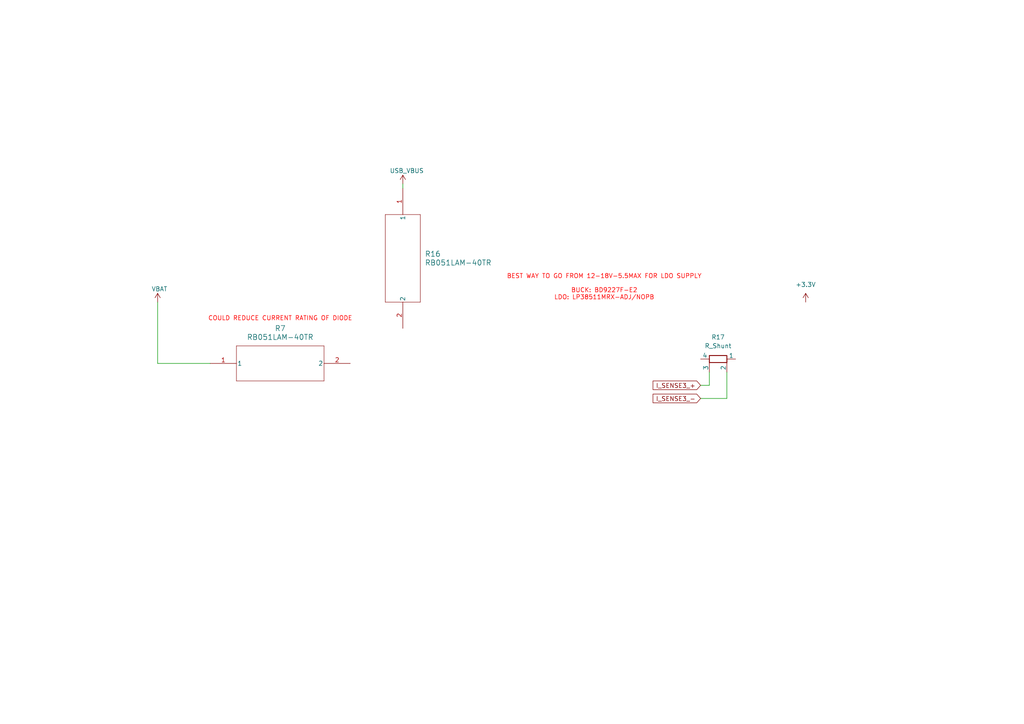
<source format=kicad_sch>
(kicad_sch
	(version 20231120)
	(generator "eeschema")
	(generator_version "8.0")
	(uuid "64082e92-ee35-4f29-b019-bd315cbf4330")
	(paper "A4")
	(lib_symbols
		(symbol "Device:R_Shunt"
			(pin_numbers hide)
			(pin_names
				(offset 0)
			)
			(exclude_from_sim no)
			(in_bom yes)
			(on_board yes)
			(property "Reference" "R"
				(at -4.445 0 90)
				(effects
					(font
						(size 1.27 1.27)
					)
				)
			)
			(property "Value" "R_Shunt"
				(at -2.54 0 90)
				(effects
					(font
						(size 1.27 1.27)
					)
				)
			)
			(property "Footprint" ""
				(at -1.778 0 90)
				(effects
					(font
						(size 1.27 1.27)
					)
					(hide yes)
				)
			)
			(property "Datasheet" "~"
				(at 0 0 0)
				(effects
					(font
						(size 1.27 1.27)
					)
					(hide yes)
				)
			)
			(property "Description" "Shunt resistor"
				(at 0 0 0)
				(effects
					(font
						(size 1.27 1.27)
					)
					(hide yes)
				)
			)
			(property "ki_keywords" "R res shunt resistor"
				(at 0 0 0)
				(effects
					(font
						(size 1.27 1.27)
					)
					(hide yes)
				)
			)
			(property "ki_fp_filters" "R_*Shunt*"
				(at 0 0 0)
				(effects
					(font
						(size 1.27 1.27)
					)
					(hide yes)
				)
			)
			(symbol "R_Shunt_0_1"
				(rectangle
					(start -1.016 -2.54)
					(end 1.016 2.54)
					(stroke
						(width 0.254)
						(type default)
					)
					(fill
						(type none)
					)
				)
				(polyline
					(pts
						(xy 0 -2.54) (xy 1.27 -2.54)
					)
					(stroke
						(width 0)
						(type default)
					)
					(fill
						(type none)
					)
				)
				(polyline
					(pts
						(xy 1.27 2.54) (xy 0 2.54)
					)
					(stroke
						(width 0)
						(type default)
					)
					(fill
						(type none)
					)
				)
			)
			(symbol "R_Shunt_1_1"
				(pin passive line
					(at 0 5.08 270)
					(length 2.54)
					(name "1"
						(effects
							(font
								(size 1.27 1.27)
							)
						)
					)
					(number "1"
						(effects
							(font
								(size 1.27 1.27)
							)
						)
					)
				)
				(pin passive line
					(at 3.81 2.54 180)
					(length 2.54)
					(name "2"
						(effects
							(font
								(size 1.27 1.27)
							)
						)
					)
					(number "2"
						(effects
							(font
								(size 1.27 1.27)
							)
						)
					)
				)
				(pin passive line
					(at 3.81 -2.54 180)
					(length 2.54)
					(name "3"
						(effects
							(font
								(size 1.27 1.27)
							)
						)
					)
					(number "3"
						(effects
							(font
								(size 1.27 1.27)
							)
						)
					)
				)
				(pin passive line
					(at 0 -5.08 90)
					(length 2.54)
					(name "4"
						(effects
							(font
								(size 1.27 1.27)
							)
						)
					)
					(number "4"
						(effects
							(font
								(size 1.27 1.27)
							)
						)
					)
				)
			)
		)
		(symbol "power:+3.3V"
			(power)
			(pin_names
				(offset 0)
			)
			(exclude_from_sim no)
			(in_bom yes)
			(on_board yes)
			(property "Reference" "#PWR"
				(at 0 -3.81 0)
				(effects
					(font
						(size 1.27 1.27)
					)
					(hide yes)
				)
			)
			(property "Value" "+3.3V"
				(at 0 3.556 0)
				(effects
					(font
						(size 1.27 1.27)
					)
				)
			)
			(property "Footprint" ""
				(at 0 0 0)
				(effects
					(font
						(size 1.27 1.27)
					)
					(hide yes)
				)
			)
			(property "Datasheet" ""
				(at 0 0 0)
				(effects
					(font
						(size 1.27 1.27)
					)
					(hide yes)
				)
			)
			(property "Description" "Power symbol creates a global label with name \"+3.3V\""
				(at 0 0 0)
				(effects
					(font
						(size 1.27 1.27)
					)
					(hide yes)
				)
			)
			(property "ki_keywords" "global power"
				(at 0 0 0)
				(effects
					(font
						(size 1.27 1.27)
					)
					(hide yes)
				)
			)
			(symbol "+3.3V_0_1"
				(polyline
					(pts
						(xy -0.762 1.27) (xy 0 2.54)
					)
					(stroke
						(width 0)
						(type default)
					)
					(fill
						(type none)
					)
				)
				(polyline
					(pts
						(xy 0 0) (xy 0 2.54)
					)
					(stroke
						(width 0)
						(type default)
					)
					(fill
						(type none)
					)
				)
				(polyline
					(pts
						(xy 0 2.54) (xy 0.762 1.27)
					)
					(stroke
						(width 0)
						(type default)
					)
					(fill
						(type none)
					)
				)
			)
			(symbol "+3.3V_1_1"
				(pin power_in line
					(at 0 0 90)
					(length 0) hide
					(name "+3.3V"
						(effects
							(font
								(size 1.27 1.27)
							)
						)
					)
					(number "1"
						(effects
							(font
								(size 1.27 1.27)
							)
						)
					)
				)
			)
		)
		(symbol "power:VBUS"
			(power)
			(pin_names
				(offset 0)
			)
			(exclude_from_sim no)
			(in_bom yes)
			(on_board yes)
			(property "Reference" "#PWR"
				(at 0 -3.81 0)
				(effects
					(font
						(size 1.27 1.27)
					)
					(hide yes)
				)
			)
			(property "Value" "VBUS"
				(at 0 3.81 0)
				(effects
					(font
						(size 1.27 1.27)
					)
				)
			)
			(property "Footprint" ""
				(at 0 0 0)
				(effects
					(font
						(size 1.27 1.27)
					)
					(hide yes)
				)
			)
			(property "Datasheet" ""
				(at 0 0 0)
				(effects
					(font
						(size 1.27 1.27)
					)
					(hide yes)
				)
			)
			(property "Description" "Power symbol creates a global label with name \"VBUS\""
				(at 0 0 0)
				(effects
					(font
						(size 1.27 1.27)
					)
					(hide yes)
				)
			)
			(property "ki_keywords" "global power"
				(at 0 0 0)
				(effects
					(font
						(size 1.27 1.27)
					)
					(hide yes)
				)
			)
			(symbol "VBUS_0_1"
				(polyline
					(pts
						(xy -0.762 1.27) (xy 0 2.54)
					)
					(stroke
						(width 0)
						(type default)
					)
					(fill
						(type none)
					)
				)
				(polyline
					(pts
						(xy 0 0) (xy 0 2.54)
					)
					(stroke
						(width 0)
						(type default)
					)
					(fill
						(type none)
					)
				)
				(polyline
					(pts
						(xy 0 2.54) (xy 0.762 1.27)
					)
					(stroke
						(width 0)
						(type default)
					)
					(fill
						(type none)
					)
				)
			)
			(symbol "VBUS_1_1"
				(pin power_in line
					(at 0 0 90)
					(length 0) hide
					(name "VBUS"
						(effects
							(font
								(size 1.27 1.27)
							)
						)
					)
					(number "1"
						(effects
							(font
								(size 1.27 1.27)
							)
						)
					)
				)
			)
		)
		(symbol "rb051lam-40tr:RB051LAM-40TR"
			(pin_names
				(offset 0.254)
			)
			(exclude_from_sim no)
			(in_bom yes)
			(on_board yes)
			(property "Reference" "R"
				(at 20.32 10.16 0)
				(effects
					(font
						(size 1.524 1.524)
					)
				)
			)
			(property "Value" "RB051LAM-40TR"
				(at 20.32 7.62 0)
				(effects
					(font
						(size 1.524 1.524)
					)
				)
			)
			(property "Footprint" "DIO_RB050LAM_ROM"
				(at 0 0 0)
				(effects
					(font
						(size 1.27 1.27)
						(italic yes)
					)
					(hide yes)
				)
			)
			(property "Datasheet" "RB051LAM-40TR"
				(at 0 0 0)
				(effects
					(font
						(size 1.27 1.27)
						(italic yes)
					)
					(hide yes)
				)
			)
			(property "Description" ""
				(at 0 0 0)
				(effects
					(font
						(size 1.27 1.27)
					)
					(hide yes)
				)
			)
			(property "ki_locked" ""
				(at 0 0 0)
				(effects
					(font
						(size 1.27 1.27)
					)
				)
			)
			(property "ki_keywords" "RB051LAM-40TR"
				(at 0 0 0)
				(effects
					(font
						(size 1.27 1.27)
					)
					(hide yes)
				)
			)
			(property "ki_fp_filters" "DIO_RB050LAM_ROM DIO_RB050LAM_ROM-M DIO_RB050LAM_ROM-L"
				(at 0 0 0)
				(effects
					(font
						(size 1.27 1.27)
					)
					(hide yes)
				)
			)
			(symbol "RB051LAM-40TR_0_1"
				(polyline
					(pts
						(xy 7.62 -5.08) (xy 33.02 -5.08)
					)
					(stroke
						(width 0.127)
						(type default)
					)
					(fill
						(type none)
					)
				)
				(polyline
					(pts
						(xy 7.62 5.08) (xy 7.62 -5.08)
					)
					(stroke
						(width 0.127)
						(type default)
					)
					(fill
						(type none)
					)
				)
				(polyline
					(pts
						(xy 33.02 -5.08) (xy 33.02 5.08)
					)
					(stroke
						(width 0.127)
						(type default)
					)
					(fill
						(type none)
					)
				)
				(polyline
					(pts
						(xy 33.02 5.08) (xy 7.62 5.08)
					)
					(stroke
						(width 0.127)
						(type default)
					)
					(fill
						(type none)
					)
				)
				(pin unspecified line
					(at 0 0 0)
					(length 7.62)
					(name "1"
						(effects
							(font
								(size 1.27 1.27)
							)
						)
					)
					(number "1"
						(effects
							(font
								(size 1.27 1.27)
							)
						)
					)
				)
				(pin unspecified line
					(at 40.64 0 180)
					(length 7.62)
					(name "2"
						(effects
							(font
								(size 1.27 1.27)
							)
						)
					)
					(number "2"
						(effects
							(font
								(size 1.27 1.27)
							)
						)
					)
				)
			)
		)
	)
	(wire
		(pts
			(xy 210.82 115.57) (xy 210.82 107.95)
		)
		(stroke
			(width 0)
			(type default)
		)
		(uuid "073b1617-b05b-436a-b429-de926aa50180")
	)
	(wire
		(pts
			(xy 205.74 111.76) (xy 205.74 107.95)
		)
		(stroke
			(width 0)
			(type default)
		)
		(uuid "15ff2cd6-58d7-4d53-9fdf-5293a92e670d")
	)
	(wire
		(pts
			(xy 45.72 87.63) (xy 45.72 105.41)
		)
		(stroke
			(width 0)
			(type default)
		)
		(uuid "680d625e-7c24-473d-be22-4aedf0fe45d2")
	)
	(wire
		(pts
			(xy 116.84 53.34) (xy 116.84 54.61)
		)
		(stroke
			(width 0)
			(type default)
		)
		(uuid "a4ab0b4b-1d78-4a36-847b-129ca0ff3607")
	)
	(wire
		(pts
			(xy 203.2 115.57) (xy 210.82 115.57)
		)
		(stroke
			(width 0)
			(type default)
		)
		(uuid "c18a91c8-1009-4ba9-b27d-87dcec652ff4")
	)
	(wire
		(pts
			(xy 45.72 105.41) (xy 60.96 105.41)
		)
		(stroke
			(width 0)
			(type default)
		)
		(uuid "d224d2ef-bba6-4966-8ddc-0bd94b7d2f51")
	)
	(wire
		(pts
			(xy 203.2 111.76) (xy 205.74 111.76)
		)
		(stroke
			(width 0)
			(type default)
		)
		(uuid "e195b2c5-23e5-4eed-90c8-afcd7836b6b8")
	)
	(text "COULD REDUCE CURRENT RATING OF DIODE"
		(exclude_from_sim no)
		(at 81.28 92.456 0)
		(effects
			(font
				(size 1.27 1.27)
				(color 255 0 0 1)
			)
		)
		(uuid "66a78a6e-a627-40c2-971a-9bd1dccf845e")
	)
	(text "BEST WAY TO GO FROM 12-18V-5.5MAX FOR LDO SUPPLY\n\nBUCK: BD9227F-E2\nLDO: LP38511MRX-ADJ/NOPB"
		(exclude_from_sim no)
		(at 175.26 83.312 0)
		(effects
			(font
				(size 1.27 1.27)
				(color 255 0 0 1)
			)
		)
		(uuid "78aa9acb-cd58-47fe-b6a2-8fa0c7f8a114")
	)
	(global_label "I_SENSE3_+"
		(shape input)
		(at 203.2 111.76 180)
		(fields_autoplaced yes)
		(effects
			(font
				(size 1.27 1.27)
			)
			(justify right)
		)
		(uuid "53cee10a-effb-405d-8c92-4d81c85ed975")
		(property "Intersheetrefs" "${INTERSHEET_REFS}"
			(at 188.8454 111.76 0)
			(effects
				(font
					(size 1.27 1.27)
				)
				(justify right)
				(hide yes)
			)
		)
	)
	(global_label "I_SENSE3_-"
		(shape input)
		(at 203.2 115.57 180)
		(fields_autoplaced yes)
		(effects
			(font
				(size 1.27 1.27)
			)
			(justify right)
		)
		(uuid "89fb007b-4d83-4117-a4f7-280a9710e3a9")
		(property "Intersheetrefs" "${INTERSHEET_REFS}"
			(at 188.8454 115.57 0)
			(effects
				(font
					(size 1.27 1.27)
				)
				(justify right)
				(hide yes)
			)
		)
	)
	(symbol
		(lib_id "rb051lam-40tr:RB051LAM-40TR")
		(at 116.84 54.61 270)
		(unit 1)
		(exclude_from_sim no)
		(in_bom yes)
		(on_board yes)
		(dnp no)
		(fields_autoplaced yes)
		(uuid "3cb00790-6b5b-4662-a8c0-2d56f94844bf")
		(property "Reference" "R16"
			(at 123.19 73.6599 90)
			(effects
				(font
					(size 1.524 1.524)
				)
				(justify left)
			)
		)
		(property "Value" "RB051LAM-40TR"
			(at 123.19 76.1999 90)
			(effects
				(font
					(size 1.524 1.524)
				)
				(justify left)
			)
		)
		(property "Footprint" "DIO_RB050LAM_ROM"
			(at 116.84 54.61 0)
			(effects
				(font
					(size 1.27 1.27)
					(italic yes)
				)
				(hide yes)
			)
		)
		(property "Datasheet" "RB051LAM-40TR"
			(at 116.84 54.61 0)
			(effects
				(font
					(size 1.27 1.27)
					(italic yes)
				)
				(hide yes)
			)
		)
		(property "Description" ""
			(at 116.84 54.61 0)
			(effects
				(font
					(size 1.27 1.27)
				)
				(hide yes)
			)
		)
		(pin "1"
			(uuid "fb723d31-edbc-43e5-9ef3-9e52082326cb")
		)
		(pin "2"
			(uuid "a6363709-14c2-43db-8f4a-f1ac02b08665")
		)
		(instances
			(project "Garden Control System"
				(path "/be495e14-3da3-4129-8396-1871cb6cba29/55fe0748-2c23-42b7-878f-a313d609d0dd"
					(reference "R16")
					(unit 1)
				)
			)
		)
	)
	(symbol
		(lib_id "power:VBUS")
		(at 116.84 53.34 0)
		(unit 1)
		(exclude_from_sim no)
		(in_bom yes)
		(on_board yes)
		(dnp no)
		(uuid "41b88063-de36-4244-938a-b01390c17873")
		(property "Reference" "#PWR035"
			(at 116.84 57.15 0)
			(effects
				(font
					(size 1.27 1.27)
				)
				(hide yes)
			)
		)
		(property "Value" "USB_VBUS"
			(at 113.03 49.53 0)
			(effects
				(font
					(size 1.27 1.27)
				)
				(justify left)
			)
		)
		(property "Footprint" ""
			(at 116.84 53.34 0)
			(effects
				(font
					(size 1.27 1.27)
				)
				(hide yes)
			)
		)
		(property "Datasheet" ""
			(at 116.84 53.34 0)
			(effects
				(font
					(size 1.27 1.27)
				)
				(hide yes)
			)
		)
		(property "Description" ""
			(at 116.84 53.34 0)
			(effects
				(font
					(size 1.27 1.27)
				)
				(hide yes)
			)
		)
		(pin "1"
			(uuid "517fd91a-e311-40fd-a52d-cefb49982094")
		)
		(instances
			(project "Garden Control System"
				(path "/be495e14-3da3-4129-8396-1871cb6cba29/55fe0748-2c23-42b7-878f-a313d609d0dd"
					(reference "#PWR035")
					(unit 1)
				)
			)
		)
	)
	(symbol
		(lib_id "Device:R_Shunt")
		(at 208.28 104.14 270)
		(unit 1)
		(exclude_from_sim no)
		(in_bom yes)
		(on_board yes)
		(dnp no)
		(fields_autoplaced yes)
		(uuid "54067448-9bf7-4b28-87b2-b4428cbd4bed")
		(property "Reference" "R17"
			(at 208.28 97.79 90)
			(effects
				(font
					(size 1.27 1.27)
				)
			)
		)
		(property "Value" "R_Shunt"
			(at 208.28 100.33 90)
			(effects
				(font
					(size 1.27 1.27)
				)
			)
		)
		(property "Footprint" ""
			(at 208.28 102.362 90)
			(effects
				(font
					(size 1.27 1.27)
				)
				(hide yes)
			)
		)
		(property "Datasheet" "~"
			(at 208.28 104.14 0)
			(effects
				(font
					(size 1.27 1.27)
				)
				(hide yes)
			)
		)
		(property "Description" "Shunt resistor"
			(at 208.28 104.14 0)
			(effects
				(font
					(size 1.27 1.27)
				)
				(hide yes)
			)
		)
		(pin "3"
			(uuid "e6301b45-9499-487b-96bf-a7265f5705e4")
		)
		(pin "4"
			(uuid "fe59848b-45c4-41cb-99ad-78d96434a4dd")
		)
		(pin "2"
			(uuid "416725e5-75fd-4174-b3de-404c31f5272e")
		)
		(pin "1"
			(uuid "f5dec17f-8f4b-4366-8b3f-fb5b58704b9b")
		)
		(instances
			(project "Garden Control System"
				(path "/be495e14-3da3-4129-8396-1871cb6cba29/55fe0748-2c23-42b7-878f-a313d609d0dd"
					(reference "R17")
					(unit 1)
				)
			)
		)
	)
	(symbol
		(lib_id "power:+3.3V")
		(at 233.68 87.63 0)
		(unit 1)
		(exclude_from_sim no)
		(in_bom yes)
		(on_board yes)
		(dnp no)
		(fields_autoplaced yes)
		(uuid "7b71f74e-1ad4-4024-9ad6-c9a258060989")
		(property "Reference" "#PWR040"
			(at 233.68 91.44 0)
			(effects
				(font
					(size 1.27 1.27)
				)
				(hide yes)
			)
		)
		(property "Value" "+3.3V"
			(at 233.68 82.55 0)
			(effects
				(font
					(size 1.27 1.27)
				)
			)
		)
		(property "Footprint" ""
			(at 233.68 87.63 0)
			(effects
				(font
					(size 1.27 1.27)
				)
				(hide yes)
			)
		)
		(property "Datasheet" ""
			(at 233.68 87.63 0)
			(effects
				(font
					(size 1.27 1.27)
				)
				(hide yes)
			)
		)
		(property "Description" ""
			(at 233.68 87.63 0)
			(effects
				(font
					(size 1.27 1.27)
				)
				(hide yes)
			)
		)
		(pin "1"
			(uuid "16d142e9-cd0d-48fa-8a21-e56af7e83cd6")
		)
		(instances
			(project "Garden Control System"
				(path "/be495e14-3da3-4129-8396-1871cb6cba29/55fe0748-2c23-42b7-878f-a313d609d0dd"
					(reference "#PWR040")
					(unit 1)
				)
			)
		)
	)
	(symbol
		(lib_id "power:VBUS")
		(at 45.72 87.63 0)
		(unit 1)
		(exclude_from_sim no)
		(in_bom yes)
		(on_board yes)
		(dnp no)
		(uuid "b076fc9f-09bf-4c55-91a2-2bd909bce9b8")
		(property "Reference" "#PWR036"
			(at 45.72 91.44 0)
			(effects
				(font
					(size 1.27 1.27)
				)
				(hide yes)
			)
		)
		(property "Value" "VBAT"
			(at 43.942 83.82 0)
			(effects
				(font
					(size 1.27 1.27)
				)
				(justify left)
			)
		)
		(property "Footprint" ""
			(at 45.72 87.63 0)
			(effects
				(font
					(size 1.27 1.27)
				)
				(hide yes)
			)
		)
		(property "Datasheet" ""
			(at 45.72 87.63 0)
			(effects
				(font
					(size 1.27 1.27)
				)
				(hide yes)
			)
		)
		(property "Description" ""
			(at 45.72 87.63 0)
			(effects
				(font
					(size 1.27 1.27)
				)
				(hide yes)
			)
		)
		(pin "1"
			(uuid "9930386a-04c1-455e-a388-6df58e66fe9b")
		)
		(instances
			(project "Garden Control System"
				(path "/be495e14-3da3-4129-8396-1871cb6cba29/55fe0748-2c23-42b7-878f-a313d609d0dd"
					(reference "#PWR036")
					(unit 1)
				)
			)
		)
	)
	(symbol
		(lib_id "rb051lam-40tr:RB051LAM-40TR")
		(at 60.96 105.41 0)
		(unit 1)
		(exclude_from_sim no)
		(in_bom yes)
		(on_board yes)
		(dnp no)
		(fields_autoplaced yes)
		(uuid "d6131043-c267-417a-b928-4bad7eebe824")
		(property "Reference" "R7"
			(at 81.28 95.25 0)
			(effects
				(font
					(size 1.524 1.524)
				)
			)
		)
		(property "Value" "RB051LAM-40TR"
			(at 81.28 97.79 0)
			(effects
				(font
					(size 1.524 1.524)
				)
			)
		)
		(property "Footprint" "DIO_RB050LAM_ROM"
			(at 60.96 105.41 0)
			(effects
				(font
					(size 1.27 1.27)
					(italic yes)
				)
				(hide yes)
			)
		)
		(property "Datasheet" "RB051LAM-40TR"
			(at 60.96 105.41 0)
			(effects
				(font
					(size 1.27 1.27)
					(italic yes)
				)
				(hide yes)
			)
		)
		(property "Description" ""
			(at 60.96 105.41 0)
			(effects
				(font
					(size 1.27 1.27)
				)
				(hide yes)
			)
		)
		(pin "1"
			(uuid "be310df0-a57a-48d0-ab6c-245f206d6192")
		)
		(pin "2"
			(uuid "7b2da182-f419-4d55-ab76-f78ca70583ef")
		)
		(instances
			(project "Garden Control System"
				(path "/be495e14-3da3-4129-8396-1871cb6cba29/55fe0748-2c23-42b7-878f-a313d609d0dd"
					(reference "R7")
					(unit 1)
				)
			)
		)
	)
)
</source>
